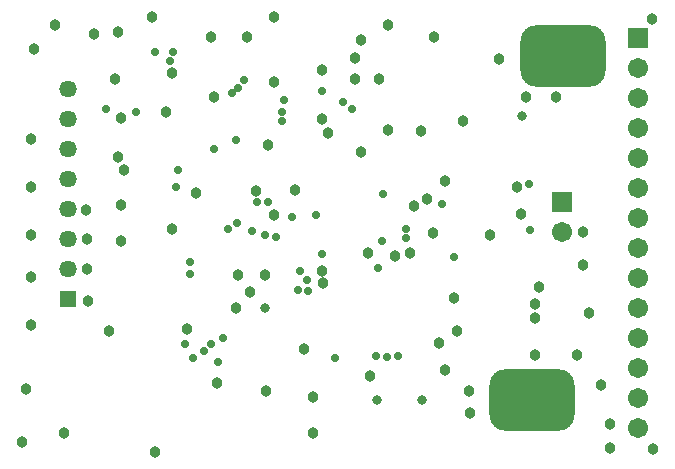
<source format=gbs>
G04 Layer_Color=16711935*
%FSLAX25Y25*%
%MOIN*%
G70*
G01*
G75*
%ADD121C,0.03300*%
G04:AMPARAMS|DCode=122|XSize=283.59mil|YSize=204.85mil|CornerRadius=53.21mil|HoleSize=0mil|Usage=FLASHONLY|Rotation=0.000|XOffset=0mil|YOffset=0mil|HoleType=Round|Shape=RoundedRectangle|*
%AMROUNDEDRECTD122*
21,1,0.28359,0.09843,0,0,0.0*
21,1,0.17716,0.20485,0,0,0.0*
1,1,0.10642,0.08858,-0.04921*
1,1,0.10642,-0.08858,-0.04921*
1,1,0.10642,-0.08858,0.04921*
1,1,0.10642,0.08858,0.04921*
%
%ADD122ROUNDEDRECTD122*%
%ADD123R,0.06706X0.06706*%
%ADD124C,0.06706*%
%ADD125C,0.05761*%
%ADD126R,0.05761X0.05761*%
%ADD127C,0.02800*%
%ADD128C,0.03800*%
%ADD129C,0.03162*%
D121*
X140480Y20129D02*
D03*
X125520D02*
D03*
D122*
X187500Y134700D02*
D03*
X177000Y20200D02*
D03*
D123*
X212500Y140700D02*
D03*
X187000Y86200D02*
D03*
D124*
X212500Y130700D02*
D03*
Y120700D02*
D03*
Y110700D02*
D03*
Y100700D02*
D03*
Y90700D02*
D03*
Y80700D02*
D03*
Y70700D02*
D03*
Y60700D02*
D03*
Y50700D02*
D03*
Y40700D02*
D03*
Y30700D02*
D03*
Y20700D02*
D03*
Y10700D02*
D03*
X187000Y76200D02*
D03*
D125*
X22500Y123700D02*
D03*
Y113700D02*
D03*
Y103700D02*
D03*
Y93700D02*
D03*
Y83700D02*
D03*
Y73700D02*
D03*
Y63700D02*
D03*
D126*
Y53700D02*
D03*
D127*
X105000Y81700D02*
D03*
X88000Y75200D02*
D03*
X91680Y74520D02*
D03*
X147000Y85350D02*
D03*
X135000Y74200D02*
D03*
Y77200D02*
D03*
X176000Y92200D02*
D03*
X176532Y76669D02*
D03*
X107108Y123092D02*
D03*
X94500Y120200D02*
D03*
X89000Y86200D02*
D03*
X85500D02*
D03*
X71000Y103700D02*
D03*
X78500Y106700D02*
D03*
X77076Y122276D02*
D03*
X78985Y124185D02*
D03*
X57500Y136200D02*
D03*
X56500Y133200D02*
D03*
X51500Y136200D02*
D03*
X58500Y91200D02*
D03*
X59000Y96700D02*
D03*
X78800Y79100D02*
D03*
X75900Y77200D02*
D03*
X83800Y76300D02*
D03*
X114200Y119300D02*
D03*
X93800Y116200D02*
D03*
X117100Y117100D02*
D03*
X93700Y113100D02*
D03*
X125182Y34682D02*
D03*
X102300Y56400D02*
D03*
X132300Y34635D02*
D03*
X63000Y62200D02*
D03*
X64000Y34200D02*
D03*
X45031Y116200D02*
D03*
X35000Y117200D02*
D03*
X97000Y81200D02*
D03*
X61500Y38700D02*
D03*
X72500Y32700D02*
D03*
X151000Y67700D02*
D03*
X63000Y66200D02*
D03*
X81000Y126700D02*
D03*
X111500Y34200D02*
D03*
X125700Y64200D02*
D03*
X127200Y73000D02*
D03*
X127500Y88700D02*
D03*
X107200Y68900D02*
D03*
X99700Y63200D02*
D03*
X102000Y60000D02*
D03*
X99200Y56800D02*
D03*
X128800Y34300D02*
D03*
X74138Y40800D02*
D03*
X67900Y36300D02*
D03*
X70000Y38700D02*
D03*
D128*
X101000Y37200D02*
D03*
X21000Y9200D02*
D03*
X29000Y53200D02*
D03*
X50500Y147700D02*
D03*
X57000Y77200D02*
D03*
X118000Y134200D02*
D03*
Y127200D02*
D03*
X109000Y109200D02*
D03*
X65000Y89200D02*
D03*
X163000Y75200D02*
D03*
X148000Y93200D02*
D03*
X185000Y121200D02*
D03*
X175000D02*
D03*
X148000Y30200D02*
D03*
X126000Y127200D02*
D03*
X131500Y68200D02*
D03*
X151000Y54200D02*
D03*
X11000Y137200D02*
D03*
X154000Y113200D02*
D03*
X173500Y82200D02*
D03*
X91000Y147700D02*
D03*
X85000Y89700D02*
D03*
X39000Y142700D02*
D03*
X41000Y96700D02*
D03*
X62000Y43700D02*
D03*
X120100Y102700D02*
D03*
X107300Y59200D02*
D03*
X40000Y114200D02*
D03*
X82000Y141200D02*
D03*
X57000Y129200D02*
D03*
X71000Y121200D02*
D03*
X40000Y85200D02*
D03*
X55000Y116200D02*
D03*
X39000Y101200D02*
D03*
X28800Y73700D02*
D03*
X28700Y63700D02*
D03*
X123000Y28200D02*
D03*
X194000Y65200D02*
D03*
Y76200D02*
D03*
X142000Y87200D02*
D03*
X172000Y91200D02*
D03*
X129000Y110200D02*
D03*
X120000Y140200D02*
D03*
X129000Y145200D02*
D03*
X166000Y133700D02*
D03*
X179300Y57600D02*
D03*
X107000Y130200D02*
D03*
X91000Y126200D02*
D03*
X70000Y141200D02*
D03*
X89000Y105200D02*
D03*
X31000Y142200D02*
D03*
X38000Y127200D02*
D03*
X98000Y90200D02*
D03*
X91000Y81700D02*
D03*
X10000Y107200D02*
D03*
X104000Y9200D02*
D03*
Y21200D02*
D03*
X200000Y25200D02*
D03*
X203000Y12200D02*
D03*
X88500Y23200D02*
D03*
X7000Y6200D02*
D03*
X18000Y145200D02*
D03*
X203000Y4200D02*
D03*
X156500Y15700D02*
D03*
X217500Y3900D02*
D03*
X40000Y73200D02*
D03*
X10000Y91200D02*
D03*
X8500Y23700D02*
D03*
X51500Y2700D02*
D03*
X10000Y75200D02*
D03*
X156000Y23200D02*
D03*
X192000Y35200D02*
D03*
X178000D02*
D03*
X196000Y49200D02*
D03*
X217000Y147200D02*
D03*
X10000Y61200D02*
D03*
X146000Y39200D02*
D03*
X152000Y43200D02*
D03*
X10000Y45200D02*
D03*
X36000Y43200D02*
D03*
X72000Y25700D02*
D03*
X144500Y141200D02*
D03*
X136500Y69200D02*
D03*
X144000Y75700D02*
D03*
X122500Y69200D02*
D03*
X137800Y84700D02*
D03*
X107000Y113700D02*
D03*
X83000Y56200D02*
D03*
X79000Y61700D02*
D03*
X88000D02*
D03*
X78500Y50700D02*
D03*
X140200Y109700D02*
D03*
X107200Y63000D02*
D03*
X28500Y83500D02*
D03*
X178000Y52000D02*
D03*
X178100Y47400D02*
D03*
D129*
X173900Y114600D02*
D03*
X88000Y50600D02*
D03*
M02*

</source>
